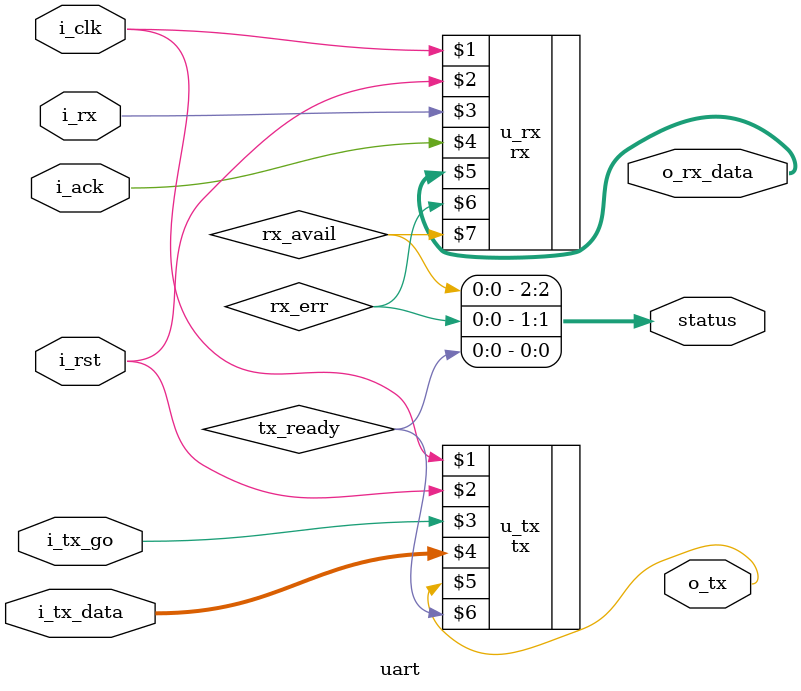
<source format=v>
`default_nettype none

module uart #(parameter BAUD_DIV = 128)
  (
    input i_clk, // clock
    input i_rst, // reset

    output [2:0] status, // status register [rx available, rx error, tx ready]
    input i_ack, // status ack (clears rx avail and rx error)
    input i_tx_go, // tx go

    input [7:0] i_tx_data,
    output [7:0] o_rx_data,

    output o_tx,
    input i_rx
  );

  wire rx, rx_avail, rx_err, tx_ready;

  assign status = {rx_avail, rx_err, tx_ready};

  rx #(.BAUD_DIV(BAUD_DIV)) u_rx (i_clk, i_rst, i_rx, i_ack, o_rx_data, rx_err, rx_avail);
  tx #(.BAUD_DIV(BAUD_DIV)) u_tx (i_clk, i_rst, i_tx_go, i_tx_data, o_tx, tx_ready);

endmodule

</source>
